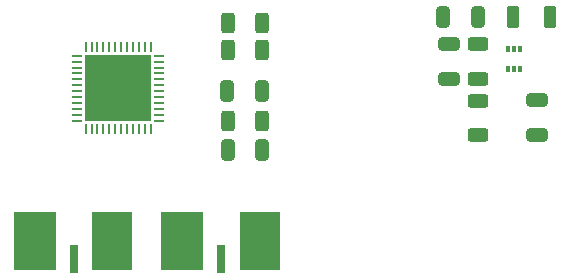
<source format=gbr>
%TF.GenerationSoftware,KiCad,Pcbnew,8.0.6*%
%TF.CreationDate,2024-11-18T23:24:10+07:00*%
%TF.ProjectId,MAX14866_PMOD,4d415831-3438-4363-965f-504d4f442e6b,rev?*%
%TF.SameCoordinates,Original*%
%TF.FileFunction,Paste,Top*%
%TF.FilePolarity,Positive*%
%FSLAX46Y46*%
G04 Gerber Fmt 4.6, Leading zero omitted, Abs format (unit mm)*
G04 Created by KiCad (PCBNEW 8.0.6) date 2024-11-18 23:24:10*
%MOMM*%
%LPD*%
G01*
G04 APERTURE LIST*
G04 Aperture macros list*
%AMRoundRect*
0 Rectangle with rounded corners*
0 $1 Rounding radius*
0 $2 $3 $4 $5 $6 $7 $8 $9 X,Y pos of 4 corners*
0 Add a 4 corners polygon primitive as box body*
4,1,4,$2,$3,$4,$5,$6,$7,$8,$9,$2,$3,0*
0 Add four circle primitives for the rounded corners*
1,1,$1+$1,$2,$3*
1,1,$1+$1,$4,$5*
1,1,$1+$1,$6,$7*
1,1,$1+$1,$8,$9*
0 Add four rect primitives between the rounded corners*
20,1,$1+$1,$2,$3,$4,$5,0*
20,1,$1+$1,$4,$5,$6,$7,0*
20,1,$1+$1,$6,$7,$8,$9,0*
20,1,$1+$1,$8,$9,$2,$3,0*%
G04 Aperture macros list end*
%ADD10C,0.000000*%
%ADD11R,0.700000X2.350000*%
%ADD12R,3.600000X4.875000*%
%ADD13R,3.500000X4.875000*%
%ADD14RoundRect,0.250000X-0.312500X-0.625000X0.312500X-0.625000X0.312500X0.625000X-0.312500X0.625000X0*%
%ADD15RoundRect,0.250000X0.625000X-0.312500X0.625000X0.312500X-0.625000X0.312500X-0.625000X-0.312500X0*%
%ADD16R,0.254000X0.812800*%
%ADD17R,0.812800X0.254000*%
%ADD18R,5.588000X5.588000*%
%ADD19RoundRect,0.250000X0.275000X0.700000X-0.275000X0.700000X-0.275000X-0.700000X0.275000X-0.700000X0*%
%ADD20RoundRect,0.250000X0.325000X0.650000X-0.325000X0.650000X-0.325000X-0.650000X0.325000X-0.650000X0*%
%ADD21R,0.300000X0.475000*%
%ADD22RoundRect,0.250000X0.650000X-0.325000X0.650000X0.325000X-0.650000X0.325000X-0.650000X-0.325000X0*%
%ADD23RoundRect,0.250000X-0.325000X-0.650000X0.325000X-0.650000X0.325000X0.650000X-0.325000X0.650000X0*%
G04 APERTURE END LIST*
D10*
%TO.C,U2*%
G36*
X16503000Y17247000D02*
G01*
X15306000Y17247000D01*
X15306000Y18444000D01*
X16503000Y18444000D01*
X16503000Y17247000D01*
G37*
G36*
X16503000Y15850000D02*
G01*
X15306000Y15850000D01*
X15306000Y17047000D01*
X16503000Y17047000D01*
X16503000Y15850000D01*
G37*
G36*
X16503000Y14453000D02*
G01*
X15306000Y14453000D01*
X15306000Y15650000D01*
X16503000Y15650000D01*
X16503000Y14453000D01*
G37*
G36*
X16503000Y13056000D02*
G01*
X15306000Y13056000D01*
X15306000Y14253000D01*
X16503000Y14253000D01*
X16503000Y13056000D01*
G37*
G36*
X17900000Y17247000D02*
G01*
X16703000Y17247000D01*
X16703000Y18444000D01*
X17900000Y18444000D01*
X17900000Y17247000D01*
G37*
G36*
X17900000Y15850000D02*
G01*
X16703000Y15850000D01*
X16703000Y17047000D01*
X17900000Y17047000D01*
X17900000Y15850000D01*
G37*
G36*
X17900000Y14453000D02*
G01*
X16703000Y14453000D01*
X16703000Y15650000D01*
X17900000Y15650000D01*
X17900000Y14453000D01*
G37*
G36*
X17900000Y13056000D02*
G01*
X16703000Y13056000D01*
X16703000Y14253000D01*
X17900000Y14253000D01*
X17900000Y13056000D01*
G37*
G36*
X19297000Y17247000D02*
G01*
X18100000Y17247000D01*
X18100000Y18444000D01*
X19297000Y18444000D01*
X19297000Y17247000D01*
G37*
G36*
X19297000Y15850000D02*
G01*
X18100000Y15850000D01*
X18100000Y17047000D01*
X19297000Y17047000D01*
X19297000Y15850000D01*
G37*
G36*
X19297000Y14453000D02*
G01*
X18100000Y14453000D01*
X18100000Y15650000D01*
X19297000Y15650000D01*
X19297000Y14453000D01*
G37*
G36*
X19297000Y13056000D02*
G01*
X18100000Y13056000D01*
X18100000Y14253000D01*
X19297000Y14253000D01*
X19297000Y13056000D01*
G37*
G36*
X20694000Y17247000D02*
G01*
X19497000Y17247000D01*
X19497000Y18444000D01*
X20694000Y18444000D01*
X20694000Y17247000D01*
G37*
G36*
X20694000Y15850000D02*
G01*
X19497000Y15850000D01*
X19497000Y17047000D01*
X20694000Y17047000D01*
X20694000Y15850000D01*
G37*
G36*
X20694000Y14453000D02*
G01*
X19497000Y14453000D01*
X19497000Y15650000D01*
X20694000Y15650000D01*
X20694000Y14453000D01*
G37*
G36*
X20694000Y13056000D02*
G01*
X19497000Y13056000D01*
X19497000Y14253000D01*
X20694000Y14253000D01*
X20694000Y13056000D01*
G37*
%TD*%
D11*
%TO.C,J3*%
X26750000Y1250000D03*
D12*
X23450000Y2812500D03*
D13*
X30000000Y2812500D03*
%TD*%
D14*
%TO.C,R3*%
X27287500Y21250000D03*
X30212500Y21250000D03*
%TD*%
D15*
%TO.C,R4*%
X48500000Y16537500D03*
X48500000Y19462500D03*
%TD*%
%TO.C,R5*%
X48500000Y11750000D03*
X48500000Y14675000D03*
%TD*%
D16*
%TO.C,U2*%
X20750000Y19204400D03*
X20250001Y19204400D03*
X19749999Y19204400D03*
X19250000Y19204400D03*
X18750001Y19204400D03*
X18250000Y19204400D03*
X17750000Y19204400D03*
X17249999Y19204400D03*
X16750000Y19204400D03*
X16250001Y19204400D03*
X15749999Y19204400D03*
X15250000Y19204400D03*
D17*
X14545600Y18500000D03*
X14545600Y18000001D03*
X14545600Y17499999D03*
X14545600Y17000000D03*
X14545600Y16500001D03*
X14545600Y16000000D03*
X14545600Y15500000D03*
X14545600Y14999999D03*
X14545600Y14500000D03*
X14545600Y14000001D03*
X14545600Y13499999D03*
X14545600Y13000000D03*
D16*
X15250000Y12295600D03*
X15749999Y12295600D03*
X16250001Y12295600D03*
X16750000Y12295600D03*
X17249999Y12295600D03*
X17750000Y12295600D03*
X18250000Y12295600D03*
X18750001Y12295600D03*
X19250000Y12295600D03*
X19749999Y12295600D03*
X20250001Y12295600D03*
X20750000Y12295600D03*
D17*
X21454400Y13000000D03*
X21454400Y13499999D03*
X21454400Y14000001D03*
X21454400Y14500000D03*
X21454400Y14999999D03*
X21454400Y15500000D03*
X21454400Y16000000D03*
X21454400Y16500001D03*
X21454400Y17000000D03*
X21454400Y17499999D03*
X21454400Y18000001D03*
X21454400Y18500000D03*
D18*
X18000000Y15750000D03*
%TD*%
D19*
%TO.C,L1*%
X54575000Y21750000D03*
X51425000Y21750000D03*
%TD*%
D20*
%TO.C,C3*%
X30179400Y15499999D03*
X27229400Y15499999D03*
%TD*%
D21*
%TO.C,IC1*%
X51000000Y17412000D03*
X51500000Y17412000D03*
X52000000Y17412000D03*
X52000000Y19088000D03*
X51500000Y19088000D03*
X51000000Y19088000D03*
%TD*%
D22*
%TO.C,C6*%
X46000000Y16525000D03*
X46000000Y19475000D03*
%TD*%
D11*
%TO.C,J1*%
X14250000Y1250000D03*
D12*
X10950000Y2812500D03*
D13*
X17500000Y2812500D03*
%TD*%
D14*
%TO.C,R2*%
X27287500Y19000000D03*
X30212500Y19000000D03*
%TD*%
%TO.C,R1*%
X27287500Y13000000D03*
X30212500Y13000000D03*
%TD*%
D23*
%TO.C,C5*%
X45525000Y21750000D03*
X48475000Y21750000D03*
%TD*%
D20*
%TO.C,C2*%
X30225000Y10500000D03*
X27275000Y10500000D03*
%TD*%
D22*
%TO.C,C4*%
X53500000Y11775000D03*
X53500000Y14725000D03*
%TD*%
M02*

</source>
